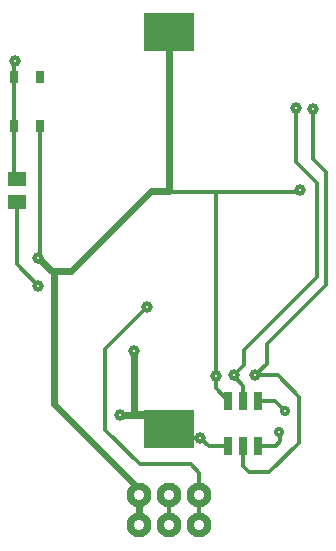
<source format=gbr>
G04 DipTrace 3.2.0.1*
G04 Íèæíèé.gbr*
%MOMM*%
G04 #@! TF.FileFunction,Copper,L2,Bot*
G04 #@! TF.Part,Single*
%AMOUTLINE9*
4,1,4,
-0.3758,0.7496,
0.3742,0.75043,
0.3758,-0.7496,
-0.3742,-0.75043,
-0.3758,0.7496,
0*%
%ADD15C,0.3*%
%ADD30C,0.9*%
G04 #@! TA.AperFunction,Conductor*
%ADD16C,0.6*%
%ADD22R,1.5X1.3*%
%ADD26R,0.7X1.1*%
G04 #@! TA.AperFunction,ComponentPad*
%ADD27C,2.1*%
%ADD28R,4.2X3.2*%
G04 #@! TA.AperFunction,ViaPad*
%ADD29C,1.0*%
%ADD64OUTLINE9*%
%FSLAX35Y35*%
G04*
G71*
G90*
G75*
G01*
G04 Bottom*
%LPD*%
X-254000Y-3150000D2*
D16*
Y-2839810D1*
X-973067Y-2120743D1*
Y-998817D1*
X-992040D1*
X-1106547Y-884310D1*
X-973067Y-998817D2*
X-832970D1*
X-154003Y-319850D1*
X-3483D1*
Y989360D1*
X-1097727Y232953D2*
D15*
Y-875490D1*
X-1106547Y-884310D1*
X395600Y-1881167D2*
Y-326133D1*
X-154003D1*
Y-319850D1*
X1108917Y-312217D2*
X1119900Y-323200D1*
X-133D1*
X-3483Y-319850D1*
X501683Y-2098333D2*
Y-2092303D1*
X398163Y-1988783D1*
Y-1883727D1*
X395600Y-1881167D1*
X-418780Y-2210937D2*
D16*
Y-2214270D1*
X-116730D1*
D15*
X0Y-2331000D1*
X-297217Y-1668800D2*
D16*
Y-2195840D1*
D15*
X0D1*
Y-2331000D1*
X-1289510Y-409070D2*
Y-937387D1*
X-1107593Y-1119303D1*
X264207Y-2405507D2*
X74507D1*
X0Y-2331000D1*
X502090Y-2475337D2*
X334037D1*
X264207Y-2405507D1*
X0Y-2896000D2*
Y-3150000D1*
X254000D2*
Y-2702043D1*
X184340Y-2632383D1*
X-249387D1*
X-542870Y-2338900D1*
Y-1652050D1*
X-190247Y-1299427D1*
X-187877Y-1301797D1*
X755683Y-2098060D2*
X897367D1*
X979887Y-2180580D1*
X756093Y-2475060D2*
X900747D1*
X937503Y-2438303D1*
Y-2360080D1*
X929383D1*
X1076127Y383280D2*
Y-74327D1*
X1254863Y-253063D1*
Y-1048343D1*
X637217Y-1665990D1*
Y-1787290D1*
X545733Y-1878770D1*
Y-1888453D1*
X628680Y-1971397D1*
Y-2098197D1*
X1220027Y379257D2*
Y-49317D1*
X1330990Y-160280D1*
Y-1110470D1*
X826070Y-1615390D1*
Y-1780570D1*
X727337Y-1879303D1*
X917550D1*
X1099297Y-2061050D1*
Y-2448080D1*
X848650Y-2698730D1*
X674177D1*
X625123Y-2649677D1*
Y-2479167D1*
X629093Y-2475197D1*
X-1312727Y647953D2*
Y232953D1*
Y-195853D1*
X-1289510Y-219070D1*
X-1312727Y647953D2*
Y783380D1*
X-1308273D1*
D29*
X1108917Y-312217D3*
X-418780Y-2210937D3*
X-187877Y-1301797D3*
X1076127Y383280D3*
X1220027Y379257D3*
X545733Y-1878770D3*
X727337Y-1879303D3*
X-297217Y-1668800D3*
X-1107593Y-1119303D3*
X-1106547Y-884310D3*
X-1308273Y783380D3*
X264207Y-2405507D3*
X395600Y-1881167D3*
D30*
X929383Y-2360080D3*
X979887Y-2180580D3*
D22*
X-1289510Y-409070D3*
Y-219070D3*
D26*
X-1097727Y232953D3*
X-1312727D3*
X-1097727Y647953D3*
X-1312727D3*
D27*
X-254000Y-3150000D3*
X0D3*
X254000D3*
X-254000Y-2896000D3*
X0D3*
X254000D3*
D28*
X0Y1031000D3*
Y-2331000D3*
D64*
X502090Y-2475337D3*
X629093Y-2475197D3*
X756093Y-2475060D3*
X501683Y-2098333D3*
X628680Y-2098197D3*
X755683Y-2098060D3*
G04 Bottom Clear*
%LPC*%
D15*
X1108917Y-312217D3*
X-418780Y-2210937D3*
X-187877Y-1301797D3*
X1076127Y383280D3*
X1220027Y379257D3*
X545733Y-1878770D3*
X727337Y-1879303D3*
X-297217Y-1668800D3*
X-1107593Y-1119303D3*
X-1106547Y-884310D3*
X-1308273Y783380D3*
X264207Y-2405507D3*
X395600Y-1881167D3*
X929383Y-2360080D3*
X979887Y-2180580D3*
D30*
X-254000Y-3150000D3*
X0D3*
X254000D3*
X-254000Y-2896000D3*
X0D3*
X254000D3*
M02*

</source>
